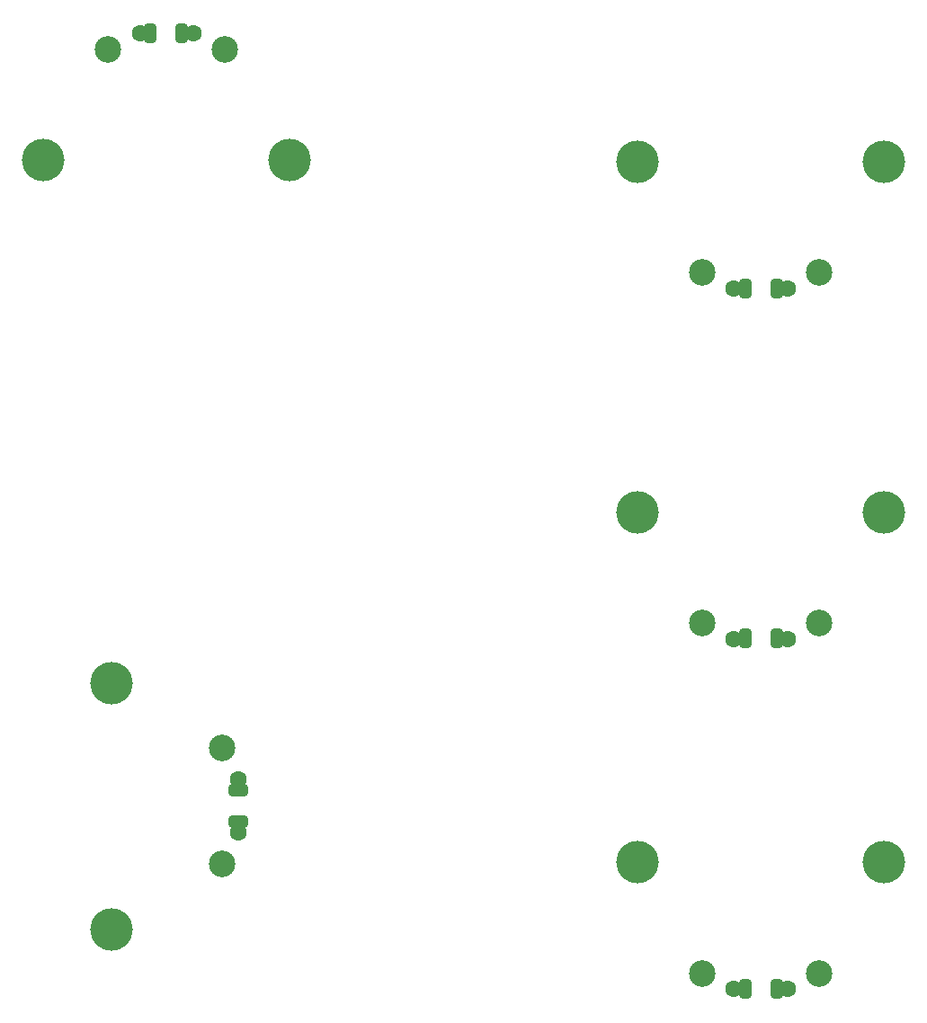
<source format=gbr>
%TF.GenerationSoftware,KiCad,Pcbnew,7.0.5-7.0.5~ubuntu22.04.1*%
%TF.CreationDate,2025-02-26T12:57:44+00:00*%
%TF.ProjectId,PBA0019-T50-6-trap,50424130-3031-4392-9d54-35302d362d74,1.0*%
%TF.SameCoordinates,Original*%
%TF.FileFunction,Soldermask,Top*%
%TF.FilePolarity,Negative*%
%FSLAX46Y46*%
G04 Gerber Fmt 4.6, Leading zero omitted, Abs format (unit mm)*
G04 Created by KiCad (PCBNEW 7.0.5-7.0.5~ubuntu22.04.1) date 2025-02-26 12:57:44*
%MOMM*%
%LPD*%
G01*
G04 APERTURE LIST*
G04 Aperture macros list*
%AMRoundRect*
0 Rectangle with rounded corners*
0 $1 Rounding radius*
0 $2 $3 $4 $5 $6 $7 $8 $9 X,Y pos of 4 corners*
0 Add a 4 corners polygon primitive as box body*
4,1,4,$2,$3,$4,$5,$6,$7,$8,$9,$2,$3,0*
0 Add four circle primitives for the rounded corners*
1,1,$1+$1,$2,$3*
1,1,$1+$1,$4,$5*
1,1,$1+$1,$6,$7*
1,1,$1+$1,$8,$9*
0 Add four rect primitives between the rounded corners*
20,1,$1+$1,$2,$3,$4,$5,0*
20,1,$1+$1,$4,$5,$6,$7,0*
20,1,$1+$1,$6,$7,$8,$9,0*
20,1,$1+$1,$8,$9,$2,$3,0*%
G04 Aperture macros list end*
%ADD10C,4.000000*%
%ADD11C,1.600000*%
%ADD12C,2.500000*%
%ADD13RoundRect,0.249999X0.325001X0.650001X-0.325001X0.650001X-0.325001X-0.650001X0.325001X-0.650001X0*%
%ADD14RoundRect,0.249999X-0.650001X0.325001X-0.650001X-0.325001X0.650001X-0.325001X0.650001X0.325001X0*%
%ADD15RoundRect,0.249999X-0.325001X-0.650001X0.325001X-0.650001X0.325001X0.650001X-0.325001X0.650001X0*%
G04 APERTURE END LIST*
D10*
%TO.C,H2*%
X158625000Y-55075000D03*
%TD*%
%TO.C,H4*%
X181825000Y-55075000D03*
%TD*%
D11*
%TO.C,C1*%
X172725000Y-67015000D03*
X167725000Y-67015000D03*
%TD*%
D12*
%TO.C,L1*%
X164750000Y-65500000D03*
X175750000Y-65500000D03*
%TD*%
D13*
%TO.C,C3*%
X171725000Y-67000000D03*
X168775000Y-67000000D03*
%TD*%
D12*
%TO.C,L1*%
X164750000Y-131500000D03*
X175750000Y-131500000D03*
%TD*%
D10*
%TO.C,H4*%
X181825000Y-88075000D03*
%TD*%
%TO.C,H2*%
X158625000Y-88075000D03*
%TD*%
D13*
%TO.C,C3*%
X171725000Y-100000000D03*
X168775000Y-100000000D03*
%TD*%
D12*
%TO.C,L1*%
X164750000Y-98500000D03*
X175750000Y-98500000D03*
%TD*%
D11*
%TO.C,C1*%
X172725000Y-100015000D03*
X167725000Y-100015000D03*
%TD*%
%TO.C,C1*%
X172725000Y-133015000D03*
X167725000Y-133015000D03*
%TD*%
D13*
%TO.C,C3*%
X171725000Y-133000000D03*
X168775000Y-133000000D03*
%TD*%
D10*
%TO.C,H2*%
X158625000Y-121075000D03*
%TD*%
%TO.C,H4*%
X181825000Y-121075000D03*
%TD*%
%TO.C,H2*%
X109075000Y-127375000D03*
%TD*%
%TO.C,H4*%
X109075000Y-104175000D03*
%TD*%
D11*
%TO.C,C1*%
X121015000Y-113275000D03*
X121015000Y-118275000D03*
%TD*%
D12*
%TO.C,L1*%
X119500000Y-121250000D03*
X119500000Y-110250000D03*
%TD*%
D14*
%TO.C,C3*%
X121000000Y-114275000D03*
X121000000Y-117225000D03*
%TD*%
D10*
%TO.C,H2*%
X125875000Y-54925000D03*
%TD*%
%TO.C,H4*%
X102675000Y-54925000D03*
%TD*%
D11*
%TO.C,C1*%
X111775000Y-42985000D03*
X116775000Y-42985000D03*
%TD*%
D12*
%TO.C,L1*%
X119750000Y-44500000D03*
X108750000Y-44500000D03*
%TD*%
D15*
%TO.C,C3*%
X112775000Y-43000000D03*
X115725000Y-43000000D03*
%TD*%
M02*

</source>
